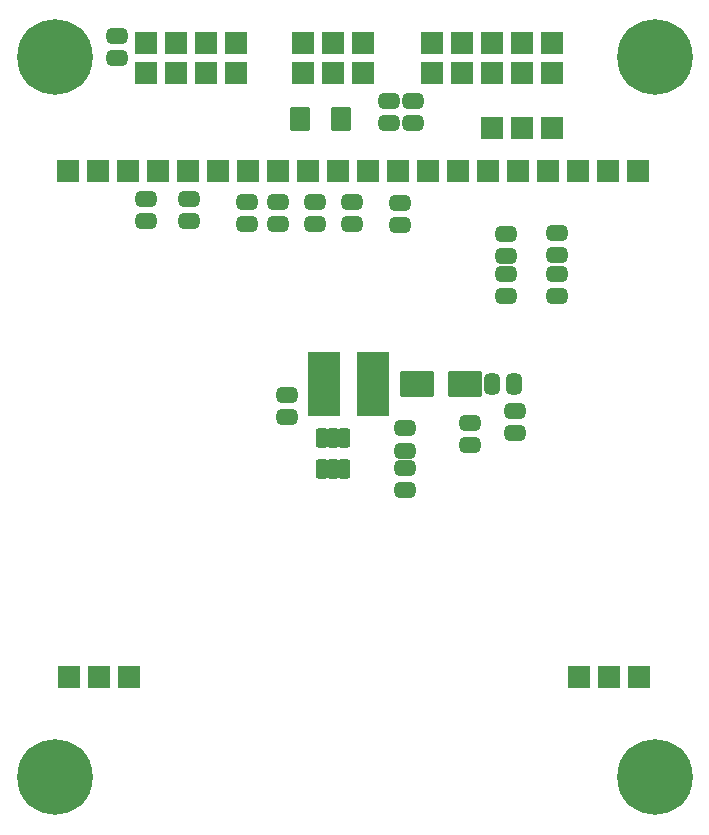
<source format=gbr>
%TF.GenerationSoftware,KiCad,Pcbnew,6.0.4-6f826c9f35~116~ubuntu20.04.1*%
%TF.CreationDate,2022-07-18T17:10:53+00:00*%
%TF.ProjectId,OLED01A,4f4c4544-3031-4412-9e6b-696361645f70,rev?*%
%TF.SameCoordinates,PX72ba1e0PY737d6e0*%
%TF.FileFunction,Soldermask,Bot*%
%TF.FilePolarity,Negative*%
%FSLAX46Y46*%
G04 Gerber Fmt 4.6, Leading zero omitted, Abs format (unit mm)*
G04 Created by KiCad (PCBNEW 6.0.4-6f826c9f35~116~ubuntu20.04.1) date 2022-07-18 17:10:53*
%MOMM*%
%LPD*%
G01*
G04 APERTURE LIST*
G04 Aperture macros list*
%AMRoundRect*
0 Rectangle with rounded corners*
0 $1 Rounding radius*
0 $2 $3 $4 $5 $6 $7 $8 $9 X,Y pos of 4 corners*
0 Add a 4 corners polygon primitive as box body*
4,1,4,$2,$3,$4,$5,$6,$7,$8,$9,$2,$3,0*
0 Add four circle primitives for the rounded corners*
1,1,$1+$1,$2,$3*
1,1,$1+$1,$4,$5*
1,1,$1+$1,$6,$7*
1,1,$1+$1,$8,$9*
0 Add four rect primitives between the rounded corners*
20,1,$1+$1,$2,$3,$4,$5,0*
20,1,$1+$1,$4,$5,$6,$7,0*
20,1,$1+$1,$6,$7,$8,$9,0*
20,1,$1+$1,$8,$9,$2,$3,0*%
G04 Aperture macros list end*
%ADD10C,6.400000*%
%ADD11RoundRect,0.200000X0.762000X-0.762000X0.762000X0.762000X-0.762000X0.762000X-0.762000X-0.762000X0*%
%ADD12RoundRect,0.200000X-0.762000X0.762000X-0.762000X-0.762000X0.762000X-0.762000X0.762000X0.762000X0*%
%ADD13RoundRect,0.200000X-1.175000X-2.550000X1.175000X-2.550000X1.175000X2.550000X-1.175000X2.550000X0*%
%ADD14RoundRect,0.443750X-0.456250X0.243750X-0.456250X-0.243750X0.456250X-0.243750X0.456250X0.243750X0*%
%ADD15RoundRect,0.200000X0.325000X-0.610000X0.325000X0.610000X-0.325000X0.610000X-0.325000X-0.610000X0*%
%ADD16RoundRect,0.200000X0.650000X0.850000X-0.650000X0.850000X-0.650000X-0.850000X0.650000X-0.850000X0*%
%ADD17RoundRect,0.443750X0.456250X-0.243750X0.456250X0.243750X-0.456250X0.243750X-0.456250X-0.243750X0*%
%ADD18RoundRect,0.200000X1.250000X0.900000X-1.250000X0.900000X-1.250000X-0.900000X1.250000X-0.900000X0*%
%ADD19RoundRect,0.443750X-0.243750X-0.456250X0.243750X-0.456250X0.243750X0.456250X-0.243750X0.456250X0*%
G04 APERTURE END LIST*
D10*
%TO.C,H2*%
X50800000Y0D03*
%TD*%
%TO.C,H4*%
X0Y0D03*
%TD*%
D11*
%TO.C,J4*%
X31920000Y59630000D03*
X31920000Y62170000D03*
X34460000Y59630000D03*
X34460000Y62170000D03*
X37000000Y59630000D03*
X37000000Y62170000D03*
X39540000Y59630000D03*
X39540000Y62170000D03*
X42080000Y59630000D03*
X42080000Y62170000D03*
%TD*%
%TO.C,J3*%
X37060000Y55000000D03*
X39600000Y55000000D03*
X42140000Y55000000D03*
%TD*%
D12*
%TO.C,J2*%
X15310000Y62170000D03*
X15310000Y59630000D03*
X12770000Y62170000D03*
X12770000Y59630000D03*
X10230000Y62170000D03*
X10230000Y59630000D03*
X7690000Y62170000D03*
X7690000Y59630000D03*
%TD*%
D10*
%TO.C,H3*%
X0Y60960000D03*
%TD*%
%TO.C,H1*%
X50800000Y60960000D03*
%TD*%
D11*
%TO.C,DISP1*%
X1170000Y8500000D03*
X3710000Y8500000D03*
X6250000Y8500000D03*
X44350000Y8500000D03*
X46890000Y8500000D03*
X49430000Y8500000D03*
X49420000Y51300000D03*
X46880000Y51300000D03*
X44340000Y51300000D03*
X41800000Y51300000D03*
X39260000Y51300000D03*
X36720000Y51300000D03*
X34180000Y51300000D03*
X31640000Y51300000D03*
X29100000Y51300000D03*
X26560000Y51300000D03*
X24020000Y51300000D03*
X21480000Y51300000D03*
X18940000Y51300000D03*
X16400000Y51300000D03*
X13860000Y51300000D03*
X11320000Y51300000D03*
X8780000Y51300000D03*
X6240000Y51300000D03*
X3700000Y51300000D03*
X1160000Y51300000D03*
%TD*%
D12*
%TO.C,J1*%
X26140000Y62170000D03*
X26140000Y59630000D03*
X23600000Y62170000D03*
X23600000Y59630000D03*
X21060000Y62170000D03*
X21060000Y59630000D03*
%TD*%
D13*
%TO.C,L1*%
X22825000Y33300000D03*
X26975000Y33300000D03*
%TD*%
D14*
%TO.C,R10*%
X16300000Y48700000D03*
X16300000Y46825000D03*
%TD*%
%TO.C,R2*%
X42500000Y42637500D03*
X42500000Y40762500D03*
%TD*%
D15*
%TO.C,U1*%
X24499659Y26066353D03*
X23549659Y26066353D03*
X22599659Y26066353D03*
X22599659Y28686353D03*
X23549659Y28686353D03*
X24499659Y28686353D03*
%TD*%
D14*
%TO.C,R7*%
X11400000Y48937500D03*
X11400000Y47062500D03*
%TD*%
%TO.C,R3*%
X38200000Y46037500D03*
X38200000Y44162500D03*
%TD*%
D16*
%TO.C,D2*%
X24250000Y55700000D03*
X20750000Y55700000D03*
%TD*%
D17*
%TO.C,C3*%
X30300000Y55425000D03*
X30300000Y57300000D03*
%TD*%
%TO.C,R13*%
X18900000Y46825000D03*
X18900000Y48700000D03*
%TD*%
D18*
%TO.C,D1*%
X34700000Y33300000D03*
X30700000Y33300000D03*
%TD*%
D14*
%TO.C,R5*%
X29700000Y29537500D03*
X29700000Y27662500D03*
%TD*%
%TO.C,C5*%
X39000000Y31000000D03*
X39000000Y29125000D03*
%TD*%
%TO.C,R9*%
X5250000Y62750000D03*
X5250000Y60875000D03*
%TD*%
%TO.C,R1*%
X42500000Y46075000D03*
X42500000Y44200000D03*
%TD*%
%TO.C,C4*%
X7700000Y49000000D03*
X7700000Y47125000D03*
%TD*%
%TO.C,R11*%
X29200000Y48600000D03*
X29200000Y46725000D03*
%TD*%
%TO.C,R4*%
X38200000Y42600000D03*
X38200000Y40725000D03*
%TD*%
%TO.C,R6*%
X29700000Y26175000D03*
X29700000Y24300000D03*
%TD*%
%TO.C,R12*%
X25200000Y48737500D03*
X25200000Y46862500D03*
%TD*%
D17*
%TO.C,R14*%
X22000000Y46825000D03*
X22000000Y48700000D03*
%TD*%
%TO.C,C6*%
X28300000Y55425000D03*
X28300000Y57300000D03*
%TD*%
D19*
%TO.C,R8*%
X37025000Y33300000D03*
X38900000Y33300000D03*
%TD*%
D14*
%TO.C,C2*%
X35200000Y30037500D03*
X35200000Y28162500D03*
%TD*%
D17*
%TO.C,C1*%
X19700000Y30525000D03*
X19700000Y32400000D03*
%TD*%
M02*

</source>
